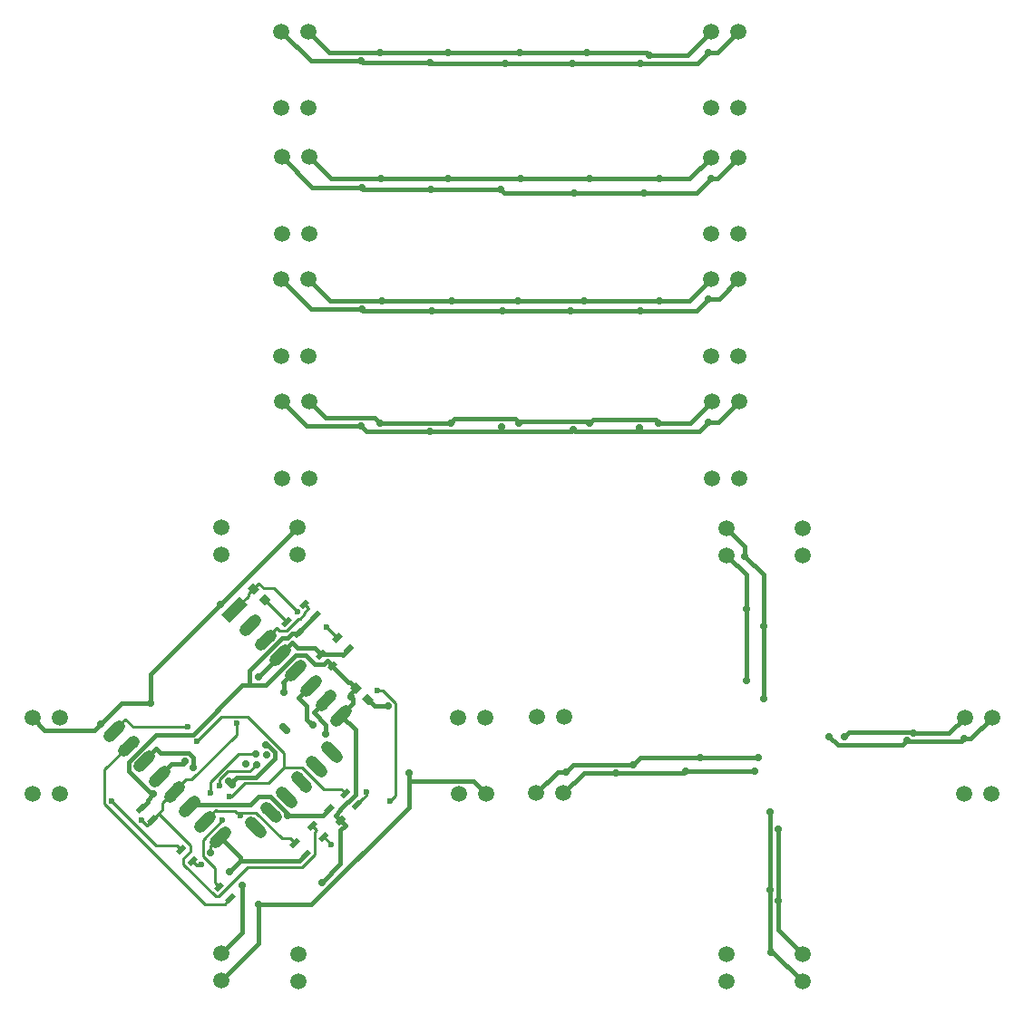
<source format=gbl>
G04 #@! TF.FileFunction,Copper,L2,Bot,Signal*
%FSLAX46Y46*%
G04 Gerber Fmt 4.6, Leading zero omitted, Abs format (unit mm)*
G04 Created by KiCad (PCBNEW 4.0.2-4+6225~38~ubuntu15.10.1-stable) date Sun 13 Mar 2016 11:44:29 AM EDT*
%MOMM*%
G01*
G04 APERTURE LIST*
%ADD10C,0.100000*%
%ADD11C,1.500000*%
%ADD12C,0.700000*%
%ADD13C,0.700000*%
%ADD14C,1.100000*%
%ADD15C,0.600000*%
%ADD16C,0.250000*%
%ADD17C,0.400000*%
G04 APERTURE END LIST*
D10*
D11*
X102100000Y-126820000D03*
X102100000Y-124280000D03*
X109250000Y-126820000D03*
X109250000Y-124280000D03*
X109300000Y-164110000D03*
X109300000Y-166650000D03*
X102100000Y-164080000D03*
X102100000Y-166620000D03*
X87020000Y-149150000D03*
X84480000Y-149150000D03*
X87020000Y-142050000D03*
X84480000Y-142050000D03*
D12*
X107864186Y-142895559D02*
X108217740Y-143249113D01*
X102808373Y-147951373D02*
X103161927Y-148304927D01*
D13*
X104399717Y-146399627D03*
X105342644Y-145456700D03*
X106240669Y-144558675D03*
X105389313Y-146431093D03*
X106326229Y-145529532D03*
D11*
X110320000Y-119700000D03*
X107780000Y-119700000D03*
X110270000Y-108300000D03*
X107730000Y-108300000D03*
X110270000Y-101100000D03*
X107730000Y-101100000D03*
X110320000Y-112500000D03*
X107780000Y-112500000D03*
X110290000Y-96850000D03*
X107750000Y-96850000D03*
X110270000Y-85100000D03*
X107730000Y-85100000D03*
X110270000Y-77950000D03*
X107730000Y-77950000D03*
X110320000Y-89650000D03*
X107780000Y-89650000D03*
X150370000Y-85050000D03*
X147830000Y-85050000D03*
X150370000Y-77950000D03*
X147830000Y-77950000D03*
X150370000Y-96850000D03*
X147830000Y-96850000D03*
X150370000Y-89700000D03*
X147830000Y-89700000D03*
X150370000Y-101100000D03*
X147830000Y-101100000D03*
X150370000Y-108300000D03*
X147830000Y-108300000D03*
X150420000Y-119700000D03*
X147880000Y-119700000D03*
X150420000Y-112500000D03*
X147880000Y-112500000D03*
X124280000Y-149150000D03*
X126820000Y-149150000D03*
X149300000Y-166670000D03*
X149300000Y-164130000D03*
X156400000Y-166720000D03*
X156400000Y-164180000D03*
X124230000Y-142000000D03*
X126770000Y-142000000D03*
X131530000Y-149100000D03*
X134070000Y-149100000D03*
X131550000Y-141950000D03*
X134090000Y-141950000D03*
X174020000Y-149150000D03*
X171480000Y-149150000D03*
X174070000Y-142000000D03*
X171530000Y-142000000D03*
D10*
G36*
X114171662Y-139251992D02*
X114701992Y-138721662D01*
X115267678Y-139287348D01*
X114737348Y-139817678D01*
X114171662Y-139251992D01*
X114171662Y-139251992D01*
G37*
G36*
X115232322Y-140312652D02*
X115762652Y-139782322D01*
X116328338Y-140348008D01*
X115798008Y-140878338D01*
X115232322Y-140312652D01*
X115232322Y-140312652D01*
G37*
G36*
X104571662Y-129951992D02*
X105101992Y-129421662D01*
X105667678Y-129987348D01*
X105137348Y-130517678D01*
X104571662Y-129951992D01*
X104571662Y-129951992D01*
G37*
G36*
X105632322Y-131012652D02*
X106162652Y-130482322D01*
X106728338Y-131048008D01*
X106198008Y-131578338D01*
X105632322Y-131012652D01*
X105632322Y-131012652D01*
G37*
G36*
X99925305Y-155288909D02*
X99288909Y-155925305D01*
X98935355Y-155571751D01*
X99571751Y-154935355D01*
X99925305Y-155288909D01*
X99925305Y-155288909D01*
G37*
G36*
X98864645Y-154228249D02*
X98228249Y-154864645D01*
X97874695Y-154511091D01*
X98511091Y-153874695D01*
X98864645Y-154228249D01*
X98864645Y-154228249D01*
G37*
G36*
X107724695Y-133211091D02*
X108361091Y-132574695D01*
X108714645Y-132928249D01*
X108078249Y-133564645D01*
X107724695Y-133211091D01*
X107724695Y-133211091D01*
G37*
G36*
X108785355Y-134271751D02*
X109421751Y-133635355D01*
X109775305Y-133988909D01*
X109138909Y-134625305D01*
X108785355Y-134271751D01*
X108785355Y-134271751D01*
G37*
G36*
X109374695Y-131561091D02*
X110011091Y-130924695D01*
X110364645Y-131278249D01*
X109728249Y-131914645D01*
X109374695Y-131561091D01*
X109374695Y-131561091D01*
G37*
G36*
X110435355Y-132621751D02*
X111071751Y-131985355D01*
X111425305Y-132338909D01*
X110788909Y-132975305D01*
X110435355Y-132621751D01*
X110435355Y-132621751D01*
G37*
D14*
X112846302Y-145646800D02*
X111927064Y-144727562D01*
X111432088Y-147061014D02*
X110512850Y-146141776D01*
X110017874Y-148475227D02*
X109098636Y-147555989D01*
X108603661Y-149889441D02*
X107684423Y-148970203D01*
X107189447Y-151303654D02*
X106270209Y-150384416D01*
X105775234Y-152717868D02*
X104855996Y-151798630D01*
D10*
G36*
X103823619Y-130698563D02*
X104601437Y-131476381D01*
X102904381Y-133173437D01*
X102126563Y-132395619D01*
X103823619Y-130698563D01*
X103823619Y-130698563D01*
G37*
D14*
X105237833Y-132890595D02*
X104318595Y-133809833D01*
X106652046Y-134304808D02*
X105732808Y-135224046D01*
X108066260Y-135719022D02*
X107147022Y-136638260D01*
X109480473Y-137133235D02*
X108561235Y-138052473D01*
X110894687Y-138547449D02*
X109975449Y-139466687D01*
X112308900Y-139961662D02*
X111389662Y-140880900D01*
X113723114Y-141375876D02*
X112803876Y-142295114D01*
X102409405Y-152689584D02*
X101490167Y-153608822D01*
X100995192Y-151275371D02*
X100075954Y-152194609D01*
X99580978Y-149861157D02*
X98661740Y-150780395D01*
X98166765Y-148446944D02*
X97247527Y-149366182D01*
X96752551Y-147032730D02*
X95833313Y-147951968D01*
X95338338Y-145618517D02*
X94419100Y-146537755D01*
X93924124Y-144204303D02*
X93004886Y-145123541D01*
X92509911Y-142790089D02*
X91590673Y-143709327D01*
D10*
G36*
X112975305Y-137038909D02*
X112338909Y-137675305D01*
X111985355Y-137321751D01*
X112621751Y-136685355D01*
X112975305Y-137038909D01*
X112975305Y-137038909D01*
G37*
G36*
X111914645Y-135978249D02*
X111278249Y-136614645D01*
X110924695Y-136261091D01*
X111561091Y-135624695D01*
X111914645Y-135978249D01*
X111914645Y-135978249D01*
G37*
G36*
X96175305Y-151438909D02*
X95538909Y-152075305D01*
X95185355Y-151721751D01*
X95821751Y-151085355D01*
X96175305Y-151438909D01*
X96175305Y-151438909D01*
G37*
G36*
X95114645Y-150378249D02*
X94478249Y-151014645D01*
X94124695Y-150661091D01*
X94761091Y-150024695D01*
X95114645Y-150378249D01*
X95114645Y-150378249D01*
G37*
G36*
X113204695Y-149241091D02*
X113841091Y-148604695D01*
X114194645Y-148958249D01*
X113558249Y-149594645D01*
X113204695Y-149241091D01*
X113204695Y-149241091D01*
G37*
G36*
X114265355Y-150301751D02*
X114901751Y-149665355D01*
X115255305Y-150018909D01*
X114618909Y-150655305D01*
X114265355Y-150301751D01*
X114265355Y-150301751D01*
G37*
G36*
X108474695Y-153861091D02*
X109111091Y-153224695D01*
X109464645Y-153578249D01*
X108828249Y-154214645D01*
X108474695Y-153861091D01*
X108474695Y-153861091D01*
G37*
G36*
X109535355Y-154921751D02*
X110171751Y-154285355D01*
X110525305Y-154638909D01*
X109888909Y-155275305D01*
X109535355Y-154921751D01*
X109535355Y-154921751D01*
G37*
G36*
X111674695Y-150711091D02*
X112311091Y-150074695D01*
X112664645Y-150428249D01*
X112028249Y-151064645D01*
X111674695Y-150711091D01*
X111674695Y-150711091D01*
G37*
G36*
X112735355Y-151771751D02*
X113371751Y-151135355D01*
X113725305Y-151488909D01*
X113088909Y-152125305D01*
X112735355Y-151771751D01*
X112735355Y-151771751D01*
G37*
G36*
X112474695Y-134711091D02*
X113111091Y-134074695D01*
X113464645Y-134428249D01*
X112828249Y-135064645D01*
X112474695Y-134711091D01*
X112474695Y-134711091D01*
G37*
G36*
X113535355Y-135771751D02*
X114171751Y-135135355D01*
X114525305Y-135488909D01*
X113888909Y-136125305D01*
X113535355Y-135771751D01*
X113535355Y-135771751D01*
G37*
D11*
X156400000Y-124330000D03*
X156400000Y-126870000D03*
X149300000Y-124330000D03*
X149300000Y-126870000D03*
D10*
G36*
X110124695Y-152261091D02*
X110761091Y-151624695D01*
X111114645Y-151978249D01*
X110478249Y-152614645D01*
X110124695Y-152261091D01*
X110124695Y-152261091D01*
G37*
G36*
X111185355Y-153321751D02*
X111821751Y-152685355D01*
X112175305Y-153038909D01*
X111538909Y-153675305D01*
X111185355Y-153321751D01*
X111185355Y-153321751D01*
G37*
G36*
X101404695Y-157991091D02*
X102041091Y-157354695D01*
X102394645Y-157708249D01*
X101758249Y-158344645D01*
X101404695Y-157991091D01*
X101404695Y-157991091D01*
G37*
G36*
X102465355Y-159051751D02*
X103101751Y-158415355D01*
X103455305Y-158768909D01*
X102818909Y-159405305D01*
X102465355Y-159051751D01*
X102465355Y-159051751D01*
G37*
D13*
X101100000Y-154650000D03*
X117650000Y-140980000D03*
X102845000Y-156400000D03*
X104093800Y-157706700D03*
D15*
X109209800Y-132155100D03*
X111941600Y-133541600D03*
X117877100Y-149822600D03*
X116676700Y-139492500D03*
D13*
X105573800Y-159499600D03*
X90859600Y-142621600D03*
X95537200Y-140690000D03*
X102029700Y-131500300D03*
X119642500Y-147200000D03*
X114245000Y-140106900D03*
X111511200Y-157431000D03*
X95774100Y-149193400D03*
X105584900Y-138200300D03*
D15*
X94621100Y-151617500D03*
X103547400Y-142555700D03*
D13*
X108321500Y-151161500D03*
D15*
X103924500Y-151204600D03*
X101980600Y-148425600D03*
X101098300Y-149056900D03*
X99007000Y-142911500D03*
D13*
X107951800Y-139652500D03*
X110637200Y-142745100D03*
X111849300Y-143577800D03*
X98766400Y-146113500D03*
X99516700Y-146661800D03*
X129994800Y-79900000D03*
X142084700Y-80163800D03*
X116930200Y-79900000D03*
X123255700Y-79900000D03*
X136235100Y-79900000D03*
X121612800Y-80846700D03*
X134846300Y-80872700D03*
X141235300Y-80914100D03*
X128596300Y-80872700D03*
X147605000Y-79900000D03*
X115179400Y-80687700D03*
X117039700Y-91700000D03*
X123287100Y-91700000D03*
X136497100Y-91700000D03*
X130021000Y-91700000D03*
X142993000Y-91700000D03*
X121659300Y-92643200D03*
X128160200Y-92644100D03*
X141606900Y-93050000D03*
X135086500Y-93050000D03*
X147858500Y-91628900D03*
X115204400Y-92487700D03*
X143005500Y-103100000D03*
X123588400Y-103100000D03*
X117054600Y-103100000D03*
X129830000Y-103100000D03*
X135956700Y-103100000D03*
X121727300Y-103994100D03*
X147600700Y-102908400D03*
X134691500Y-104009000D03*
X128342600Y-104009000D03*
X141205400Y-104009000D03*
X115229400Y-103887700D03*
X142958700Y-114500000D03*
X136486600Y-114500000D03*
X123496400Y-114500000D03*
X129916200Y-114500000D03*
X116925500Y-114500000D03*
X128245800Y-114879500D03*
X134934900Y-115093500D03*
X147556800Y-114453000D03*
X115179400Y-114796300D03*
X121625600Y-115301600D03*
X141116000Y-114977800D03*
X145487200Y-147039100D03*
X151901900Y-147039100D03*
X138942400Y-147200000D03*
X134290700Y-147085100D03*
X146816100Y-145752000D03*
X152195700Y-145760800D03*
X140527800Y-146421800D03*
X151102000Y-131863200D03*
X151102000Y-138571800D03*
X150996100Y-126998400D03*
X152702000Y-133524500D03*
X152702000Y-140284400D03*
X166726200Y-143498200D03*
X160243300Y-143848000D03*
X166119200Y-144181600D03*
X171428400Y-144026700D03*
X158846700Y-143802000D03*
X154087100Y-159179400D03*
X154132500Y-152494500D03*
X153295600Y-158095000D03*
X153402300Y-164000300D03*
X153295600Y-150874400D03*
D15*
X102877500Y-149428700D03*
X99816000Y-144238400D03*
X91873300Y-149857100D03*
X100219700Y-155728200D03*
X115615900Y-149000200D03*
X112344100Y-153879500D03*
X102213900Y-151616200D03*
D16*
X101100000Y-153999000D02*
X101949800Y-153149200D01*
X101100000Y-154650000D02*
X101100000Y-153999000D01*
X101949800Y-153149200D02*
X101949900Y-153149100D01*
X101949900Y-153149100D02*
X101950000Y-153149000D01*
D17*
X110030300Y-154780300D02*
X109429100Y-155381500D01*
X116430000Y-140980000D02*
X115780300Y-140330300D01*
X117650000Y-140980000D02*
X116430000Y-140980000D01*
X103863500Y-155062700D02*
X103863500Y-155381500D01*
X101949900Y-153149100D02*
X103863500Y-155062700D01*
X109429000Y-155381500D02*
X103863500Y-155381500D01*
X109429100Y-155381500D02*
X109429000Y-155381500D01*
X103863500Y-155381500D02*
X102845000Y-156400000D01*
X104093800Y-162086200D02*
X104093800Y-157706700D01*
X102100000Y-164080000D02*
X104093800Y-162086200D01*
X103512800Y-147600400D02*
X102985100Y-148128100D01*
X105323100Y-147600400D02*
X103512800Y-147600400D01*
X107108500Y-145815000D02*
X105323100Y-147600400D01*
X107108500Y-145232100D02*
X107108500Y-145815000D01*
X106435100Y-144558700D02*
X107108500Y-145232100D01*
X106240700Y-144558700D02*
X106435100Y-144558700D01*
D16*
X105035700Y-130053700D02*
X104624500Y-130464900D01*
X104442500Y-130857400D02*
X104442500Y-130857500D01*
X104624500Y-130675400D02*
X104442500Y-130857400D01*
X104624500Y-130465000D02*
X104624500Y-130675400D01*
X104624500Y-130464900D02*
X104624500Y-130465000D01*
X105035700Y-130053700D02*
X105119700Y-129969700D01*
X103903300Y-131396700D02*
X104442500Y-130857500D01*
X103903300Y-131396700D02*
X103364000Y-131936000D01*
X106110200Y-129969700D02*
X105615000Y-129474400D01*
X107024400Y-129969700D02*
X106110200Y-129969700D01*
X109209800Y-132155100D02*
X107024400Y-129969700D01*
X105119700Y-129969700D02*
X105615000Y-129474400D01*
X112969700Y-134569700D02*
X111941600Y-133541600D01*
X117175300Y-139492500D02*
X116676700Y-139492500D01*
X118368600Y-140685800D02*
X117175300Y-139492500D01*
X118368600Y-149331100D02*
X118368600Y-140685800D01*
X117877100Y-149822600D02*
X118368600Y-149331100D01*
D17*
X105573800Y-163146200D02*
X102100000Y-166620000D01*
X105573800Y-159499600D02*
X105573800Y-163146200D01*
X90277500Y-143203700D02*
X90859600Y-142621600D01*
X85633700Y-143203700D02*
X90277500Y-143203700D01*
X84480000Y-142050000D02*
X85633700Y-143203700D01*
X92791200Y-140690000D02*
X95537200Y-140690000D01*
X90859600Y-142621600D02*
X92791200Y-140690000D01*
X95537200Y-137992800D02*
X102029700Y-131500300D01*
X95537200Y-140690000D02*
X95537200Y-137992800D01*
X109250000Y-124280000D02*
X102029700Y-131500300D01*
X119642500Y-150386000D02*
X119642500Y-147966900D01*
X110528900Y-159499600D02*
X119642500Y-150386000D01*
X105573800Y-159499600D02*
X110528900Y-159499600D01*
X125636900Y-147966900D02*
X126820000Y-149150000D01*
X119642500Y-147966900D02*
X125636900Y-147966900D01*
X119642500Y-147966900D02*
X119642500Y-147200000D01*
X113263500Y-141835500D02*
X114395200Y-140703800D01*
X109881600Y-133529000D02*
X110930300Y-132480300D01*
X113000400Y-151400400D02*
X112770600Y-151170500D01*
X109280300Y-134130300D02*
X109881600Y-133529000D01*
X113230300Y-150710800D02*
X112770600Y-151170500D01*
X113230300Y-150629700D02*
X113230300Y-150710800D01*
X114608300Y-149251700D02*
X113230300Y-150629700D01*
X114608300Y-143180300D02*
X114608300Y-149251700D01*
X113263500Y-141835500D02*
X114608300Y-143180300D01*
X114719700Y-139269700D02*
X114153800Y-138703800D01*
X114003800Y-138703800D02*
X114153800Y-138703800D01*
X112480300Y-137180300D02*
X114003800Y-138703800D01*
X114719700Y-139269700D02*
X114171400Y-139818000D01*
X114245000Y-140108600D02*
X114245000Y-140106900D01*
X114385400Y-140249000D02*
X114245000Y-140108600D01*
X114385400Y-140694100D02*
X114385400Y-140249000D01*
X114395200Y-140703800D02*
X114385400Y-140694100D01*
X114245000Y-139891700D02*
X114171400Y-139818000D01*
X114245000Y-140106900D02*
X114245000Y-139891700D01*
X113000400Y-151400400D02*
X113230300Y-151630300D01*
X113230300Y-155711900D02*
X111511200Y-157431000D01*
X113230300Y-152550000D02*
X113230300Y-155711900D01*
X113690200Y-152090100D02*
X113230300Y-152550000D01*
X113230300Y-151630300D02*
X113690200Y-152090100D01*
X112480300Y-137180300D02*
X112020600Y-136720500D01*
X94619700Y-150519700D02*
X95221000Y-149918400D01*
X104753400Y-137617600D02*
X104753400Y-138978800D01*
X107797200Y-134573800D02*
X104753400Y-137617600D01*
X108277200Y-134573800D02*
X107797200Y-134573800D01*
X108720700Y-134130300D02*
X108277200Y-134573800D01*
X109280300Y-134130300D02*
X108720700Y-134130300D01*
X111694000Y-137047100D02*
X112020600Y-136720500D01*
X110854600Y-137047100D02*
X111694000Y-137047100D01*
X109973700Y-136166200D02*
X110854600Y-137047100D01*
X109033200Y-136166200D02*
X109973700Y-136166200D01*
X106220600Y-138978800D02*
X109033200Y-136166200D01*
X104753400Y-138978800D02*
X106220600Y-138978800D01*
X95774100Y-149193400D02*
X95708200Y-149259300D01*
X95220900Y-149918400D02*
X95221000Y-149918400D01*
X95220900Y-149746600D02*
X95220900Y-149918400D01*
X95708200Y-149259300D02*
X95220900Y-149746600D01*
X93464200Y-147015300D02*
X95708200Y-149259300D01*
X93464200Y-146148700D02*
X93464200Y-147015300D01*
X96001100Y-143611800D02*
X93464200Y-146148700D01*
X99452300Y-143611800D02*
X96001100Y-143611800D01*
X104085300Y-138978800D02*
X99452300Y-143611800D01*
X104753400Y-138978800D02*
X104085300Y-138978800D01*
X114030300Y-135630300D02*
X113429100Y-136231500D01*
X113317200Y-136119700D02*
X113429100Y-136231500D01*
X111419700Y-136119700D02*
X113317200Y-136119700D01*
X105584900Y-138200300D02*
X107606600Y-136178600D01*
X110846800Y-135546800D02*
X111419700Y-136119700D01*
X109238100Y-135546800D02*
X110846800Y-135546800D01*
X108738300Y-135046900D02*
X109238100Y-135546800D01*
X107606600Y-136178600D02*
X108738300Y-135046900D01*
D16*
X95680300Y-151580300D02*
X96228500Y-151032100D01*
X95680300Y-151580300D02*
X95132100Y-152128500D01*
X110619700Y-152119700D02*
X111026400Y-152526400D01*
X95132100Y-152128500D02*
X94621100Y-151617500D01*
X97707100Y-148906600D02*
X98785800Y-147827900D01*
X110860000Y-152692800D02*
X111026400Y-152526400D01*
X110860000Y-154794100D02*
X110860000Y-152692800D01*
X109634500Y-156019600D02*
X110860000Y-154794100D01*
X104546100Y-156019600D02*
X109634500Y-156019600D01*
X101877300Y-158688400D02*
X104546100Y-156019600D01*
X101564700Y-158688400D02*
X101877300Y-158688400D01*
X98595600Y-155719300D02*
X101564700Y-158688400D01*
X98595600Y-155204400D02*
X98595600Y-155719300D01*
X99212100Y-154587900D02*
X98595600Y-155204400D01*
X99212100Y-154015700D02*
X99212100Y-154587900D01*
X96228500Y-151032100D02*
X99212100Y-154015700D01*
X97707100Y-148906600D02*
X96628600Y-149985100D01*
X96628600Y-150632000D02*
X96628600Y-149985100D01*
X96228500Y-151032100D02*
X96628600Y-150632000D01*
X103547300Y-142555700D02*
X103547400Y-142555700D01*
X103547300Y-143608900D02*
X103547300Y-142555700D01*
X99328300Y-147827900D02*
X103547300Y-143608900D01*
X98785800Y-147827900D02*
X99328300Y-147827900D01*
D17*
X112169700Y-150569700D02*
X111568500Y-151170900D01*
X108321500Y-151021500D02*
X108321500Y-151161500D01*
X106695700Y-149395700D02*
X108321500Y-151021500D01*
X105554700Y-149395700D02*
X106695700Y-149395700D01*
X104821200Y-150129200D02*
X105554700Y-149395700D01*
X99313000Y-150129200D02*
X104821200Y-150129200D01*
X99121400Y-150320800D02*
X99313000Y-150129200D01*
X111559000Y-151161500D02*
X111568500Y-151170900D01*
X108321500Y-151161500D02*
X111559000Y-151161500D01*
D16*
X100535600Y-151735000D02*
X101614300Y-150656300D01*
X108969700Y-153719700D02*
X108562900Y-153312900D01*
X103924500Y-150893200D02*
X103924500Y-151204600D01*
X105364800Y-150893200D02*
X103924500Y-150893200D01*
X107784500Y-153312900D02*
X105364800Y-150893200D01*
X108562900Y-153312900D02*
X107784500Y-153312900D01*
X101692600Y-150734700D02*
X101614300Y-150656300D01*
X103354900Y-150734700D02*
X101692600Y-150734700D01*
X103513400Y-150893200D02*
X103354900Y-150734700D01*
X103924500Y-150893200D02*
X103513400Y-150893200D01*
X106192400Y-134764400D02*
X107271100Y-133685700D01*
X109869700Y-131419700D02*
X110276400Y-131826400D01*
X107506500Y-133921200D02*
X107271100Y-133685700D01*
X108186800Y-133921200D02*
X107506500Y-133921200D01*
X109327600Y-132780400D02*
X108186800Y-133921200D01*
X109468900Y-132780400D02*
X109327600Y-132780400D01*
X109835100Y-132414200D02*
X109468900Y-132780400D01*
X109835100Y-132272900D02*
X109835100Y-132414200D01*
X109869700Y-132238300D02*
X109835100Y-132272900D01*
X109869700Y-132233100D02*
X109869700Y-132238300D01*
X110276400Y-131826400D02*
X109869700Y-132233100D01*
X104745400Y-147075000D02*
X105389300Y-146431100D01*
X102721200Y-147075000D02*
X104745400Y-147075000D01*
X101980600Y-147815600D02*
X102721200Y-147075000D01*
X101980600Y-148425600D02*
X101980600Y-147815600D01*
X103694100Y-145456700D02*
X105342600Y-145456700D01*
X101098300Y-148052500D02*
X103694100Y-145456700D01*
X101098300Y-149056900D02*
X101098300Y-148052500D01*
X100567800Y-159458500D02*
X102412100Y-159458500D01*
X91222300Y-150113000D02*
X100567800Y-159458500D01*
X91222300Y-146906100D02*
X91222300Y-150113000D01*
X93464500Y-144663900D02*
X91222300Y-146906100D01*
X102960300Y-158910300D02*
X102412100Y-159458500D01*
X93869100Y-142911500D02*
X93128800Y-142171200D01*
X99007000Y-142911500D02*
X93869100Y-142911500D01*
X92050300Y-143249700D02*
X93128800Y-142171200D01*
X108219700Y-133069700D02*
X106180300Y-131030300D01*
D17*
X107951800Y-138787000D02*
X107951800Y-139652500D01*
X107889300Y-138724500D02*
X107951800Y-138787000D01*
X109020900Y-137592900D02*
X107889300Y-138724500D01*
X110068400Y-142176300D02*
X110637200Y-142745100D01*
X110068400Y-140903700D02*
X110068400Y-142176300D01*
X109303500Y-140138700D02*
X110068400Y-140903700D01*
X110435100Y-139007100D02*
X109303500Y-140138700D01*
X111849300Y-142684600D02*
X111849300Y-143577800D01*
X110717700Y-141552900D02*
X111849300Y-142684600D01*
X111849300Y-140421300D02*
X110717700Y-141552900D01*
X98519200Y-146360700D02*
X98766400Y-146113500D01*
X97424600Y-146360700D02*
X98519200Y-146360700D01*
X97424600Y-146360600D02*
X97424600Y-146360700D01*
X96292900Y-147492300D02*
X97424600Y-146360600D01*
X94878700Y-146078100D02*
X96010400Y-144946400D01*
X99516700Y-145802700D02*
X99516700Y-146661800D01*
X99077200Y-145363200D02*
X99516700Y-145802700D01*
X96427100Y-145363200D02*
X99077200Y-145363200D01*
X96010400Y-144946400D02*
X96427100Y-145363200D01*
X112220000Y-79900000D02*
X110270000Y-77950000D01*
X116930200Y-79900000D02*
X112220000Y-79900000D01*
X129994800Y-79900000D02*
X123255700Y-79900000D01*
X123255700Y-79900000D02*
X116930200Y-79900000D01*
X145616200Y-80163800D02*
X147830000Y-77950000D01*
X142084700Y-80163800D02*
X145616200Y-80163800D01*
X141820900Y-79900000D02*
X136235100Y-79900000D01*
X142084700Y-80163800D02*
X141820900Y-79900000D01*
X136235100Y-79900000D02*
X129994800Y-79900000D01*
X128596300Y-80872700D02*
X134846300Y-80872700D01*
X146590900Y-80914100D02*
X147605000Y-79900000D01*
X141235300Y-80914100D02*
X146590900Y-80914100D01*
X148420000Y-79900000D02*
X147605000Y-79900000D01*
X150370000Y-77950000D02*
X148420000Y-79900000D01*
X134887700Y-80914100D02*
X141235300Y-80914100D01*
X134846300Y-80872700D02*
X134887700Y-80914100D01*
X121638800Y-80872700D02*
X121612800Y-80846700D01*
X128596300Y-80872700D02*
X121638800Y-80872700D01*
X115338400Y-80846700D02*
X115179400Y-80687700D01*
X121612800Y-80846700D02*
X115338400Y-80846700D01*
X110467700Y-80687700D02*
X107730000Y-77950000D01*
X115179400Y-80687700D02*
X110467700Y-80687700D01*
X112370000Y-91700000D02*
X110320000Y-89650000D01*
X117039700Y-91700000D02*
X112370000Y-91700000D01*
X123287100Y-91700000D02*
X117039700Y-91700000D01*
X130021000Y-91700000D02*
X123287100Y-91700000D01*
X130021000Y-91700000D02*
X136497100Y-91700000D01*
X136497100Y-91700000D02*
X142993000Y-91700000D01*
X145830000Y-91700000D02*
X147830000Y-89700000D01*
X142993000Y-91700000D02*
X145830000Y-91700000D01*
X141606900Y-93050000D02*
X135086500Y-93050000D01*
X128566100Y-93050000D02*
X128160200Y-92644100D01*
X135086500Y-93050000D02*
X128566100Y-93050000D01*
X148441100Y-91628900D02*
X147858500Y-91628900D01*
X150370000Y-89700000D02*
X148441100Y-91628900D01*
X146437400Y-93050000D02*
X141606900Y-93050000D01*
X147858500Y-91628900D02*
X146437400Y-93050000D01*
X128159300Y-92643200D02*
X121659300Y-92643200D01*
X128160200Y-92644100D02*
X128159300Y-92643200D01*
X115359900Y-92643200D02*
X115204400Y-92487700D01*
X121659300Y-92643200D02*
X115359900Y-92643200D01*
X110617700Y-92487700D02*
X107780000Y-89650000D01*
X115204400Y-92487700D02*
X110617700Y-92487700D01*
X123588400Y-103100000D02*
X117054600Y-103100000D01*
X112270000Y-103100000D02*
X110270000Y-101100000D01*
X117054600Y-103100000D02*
X112270000Y-103100000D01*
X123588400Y-103100000D02*
X129830000Y-103100000D01*
X145830000Y-103100000D02*
X143005500Y-103100000D01*
X147830000Y-101100000D02*
X145830000Y-103100000D01*
X143005500Y-103100000D02*
X135956700Y-103100000D01*
X135956700Y-103100000D02*
X129830000Y-103100000D01*
X128342600Y-104009000D02*
X134691500Y-104009000D01*
X148561600Y-102908400D02*
X147600700Y-102908400D01*
X150370000Y-101100000D02*
X148561600Y-102908400D01*
X134691500Y-104009000D02*
X141205400Y-104009000D01*
X146500100Y-104009000D02*
X147600700Y-102908400D01*
X141205400Y-104009000D02*
X146500100Y-104009000D01*
X128327700Y-103994100D02*
X121727300Y-103994100D01*
X128342600Y-104009000D02*
X128327700Y-103994100D01*
X115335800Y-103994100D02*
X115229400Y-103887700D01*
X121727300Y-103994100D02*
X115335800Y-103994100D01*
X110517700Y-103887700D02*
X107730000Y-101100000D01*
X115229400Y-103887700D02*
X110517700Y-103887700D01*
X145880000Y-114500000D02*
X142958700Y-114500000D01*
X147880000Y-112500000D02*
X145880000Y-114500000D01*
X130087600Y-114328600D02*
X129916200Y-114500000D01*
X136315200Y-114328600D02*
X130087600Y-114328600D01*
X136486600Y-114500000D02*
X136315200Y-114328600D01*
X136808000Y-114178600D02*
X136486600Y-114500000D01*
X142637300Y-114178600D02*
X136808000Y-114178600D01*
X142958700Y-114500000D02*
X142637300Y-114178600D01*
X123867300Y-114129100D02*
X123496400Y-114500000D01*
X129545300Y-114129100D02*
X123867300Y-114129100D01*
X129916200Y-114500000D02*
X129545300Y-114129100D01*
X111843200Y-114023200D02*
X110320000Y-112500000D01*
X116448700Y-114023200D02*
X111843200Y-114023200D01*
X116925500Y-114500000D02*
X116448700Y-114023200D01*
X123496400Y-114500000D02*
X116925500Y-114500000D01*
X110076300Y-114796300D02*
X115179400Y-114796300D01*
X107780000Y-112500000D02*
X110076300Y-114796300D01*
X128245800Y-114879500D02*
X128245800Y-115250200D01*
X134778000Y-115250400D02*
X134934900Y-115093500D01*
X128246000Y-115250400D02*
X134778000Y-115250400D01*
X128245800Y-115250200D02*
X128246000Y-115250400D01*
X115684700Y-115301600D02*
X121625600Y-115301600D01*
X115179400Y-114796300D02*
X115684700Y-115301600D01*
X128194400Y-115301600D02*
X128245800Y-115250200D01*
X121625600Y-115301600D02*
X128194400Y-115301600D01*
X148467000Y-114453000D02*
X147556800Y-114453000D01*
X150420000Y-112500000D02*
X148467000Y-114453000D01*
X146759400Y-115250400D02*
X147556800Y-114453000D01*
X141116000Y-115250400D02*
X146759400Y-115250400D01*
X135091800Y-115250400D02*
X141116000Y-115250400D01*
X134934900Y-115093500D02*
X135091800Y-115250400D01*
X141116000Y-115250400D02*
X141116000Y-114977800D01*
X145487200Y-147039100D02*
X151901900Y-147039100D01*
X135970000Y-147200000D02*
X138942400Y-147200000D01*
X134070000Y-149100000D02*
X135970000Y-147200000D01*
X145326300Y-147200000D02*
X145487200Y-147039100D01*
X138942400Y-147200000D02*
X145326300Y-147200000D01*
X146824900Y-145760800D02*
X146816100Y-145752000D01*
X152195700Y-145760800D02*
X146824900Y-145760800D01*
X133544900Y-147085100D02*
X131530000Y-149100000D01*
X134290700Y-147085100D02*
X133544900Y-147085100D01*
X141197600Y-145752000D02*
X140527800Y-146421800D01*
X146816100Y-145752000D02*
X141197600Y-145752000D01*
X134954000Y-146421800D02*
X140527800Y-146421800D01*
X134290700Y-147085100D02*
X134954000Y-146421800D01*
X151102000Y-128672000D02*
X151102000Y-131863200D01*
X149300000Y-126870000D02*
X151102000Y-128672000D01*
X151102000Y-131863200D02*
X151102000Y-138571800D01*
X150996100Y-126026100D02*
X150996100Y-126998400D01*
X149300000Y-124330000D02*
X150996100Y-126026100D01*
X152702000Y-128704300D02*
X152702000Y-133524500D01*
X150996100Y-126998400D02*
X152702000Y-128704300D01*
X152702000Y-133524500D02*
X152702000Y-140284400D01*
X170031800Y-143498200D02*
X166726200Y-143498200D01*
X171530000Y-142000000D02*
X170031800Y-143498200D01*
X160660000Y-143431300D02*
X160243300Y-143848000D01*
X166659300Y-143431300D02*
X160660000Y-143431300D01*
X166726200Y-143498200D02*
X166659300Y-143431300D01*
X172043300Y-144026700D02*
X174070000Y-142000000D01*
X171428400Y-144026700D02*
X172043300Y-144026700D01*
X159647000Y-144602300D02*
X158846700Y-143802000D01*
X165698500Y-144602300D02*
X159647000Y-144602300D01*
X166119200Y-144181600D02*
X165698500Y-144602300D01*
X171190400Y-144264700D02*
X171428400Y-144026700D01*
X166202300Y-144264700D02*
X171190400Y-144264700D01*
X166119200Y-144181600D02*
X166202300Y-144264700D01*
X154087100Y-161867100D02*
X154087100Y-159179400D01*
X156400000Y-164180000D02*
X154087100Y-161867100D01*
X154087100Y-152539900D02*
X154132500Y-152494500D01*
X154087100Y-159179400D02*
X154087100Y-152539900D01*
X156400000Y-166720000D02*
X153541300Y-163861300D01*
X153541300Y-163861300D02*
X153402300Y-164000300D01*
X153295600Y-163615600D02*
X153295600Y-158095000D01*
X153541300Y-163861300D02*
X153295600Y-163615600D01*
X153295600Y-158095000D02*
X153295600Y-150874400D01*
D16*
X113699700Y-149099700D02*
X113292900Y-148692900D01*
X102124100Y-141930300D02*
X99816000Y-144238400D01*
X104568100Y-141930300D02*
X102124100Y-141930300D01*
X107974900Y-145337100D02*
X104568100Y-141930300D01*
X107974900Y-146663200D02*
X107974900Y-145337100D01*
X109620100Y-146663200D02*
X107974900Y-146663200D01*
X111649800Y-148692900D02*
X109620100Y-146663200D01*
X113292900Y-148692900D02*
X111649800Y-148692900D01*
X103021000Y-149428700D02*
X102877500Y-149428700D01*
X104289900Y-148159800D02*
X103021000Y-149428700D01*
X106478300Y-148159800D02*
X104289900Y-148159800D01*
X107974900Y-146663200D02*
X106478300Y-148159800D01*
X98369700Y-154369700D02*
X97962900Y-153962900D01*
X95979100Y-153962900D02*
X97962900Y-153962900D01*
X91873300Y-149857100D02*
X95979100Y-153962900D01*
X99430300Y-155430300D02*
X99837100Y-155837100D01*
X99946000Y-155728200D02*
X99837100Y-155837100D01*
X100219700Y-155728200D02*
X99946000Y-155728200D01*
X114760300Y-150160300D02*
X115308500Y-149612100D01*
X115615900Y-149304700D02*
X115615900Y-149000200D01*
X115308500Y-149612100D02*
X115615900Y-149304700D01*
X111680300Y-153180300D02*
X112087100Y-153587100D01*
X112087100Y-153622500D02*
X112344100Y-153879500D01*
X112087100Y-153587100D02*
X112087100Y-153622500D01*
X101899700Y-157849700D02*
X101492900Y-157442900D01*
X101492900Y-156057500D02*
X101492900Y-157442900D01*
X100396300Y-154960900D02*
X101492900Y-156057500D01*
X100396300Y-153433800D02*
X100396300Y-154960900D01*
X102213900Y-151616200D02*
X100396300Y-153433800D01*
M02*

</source>
